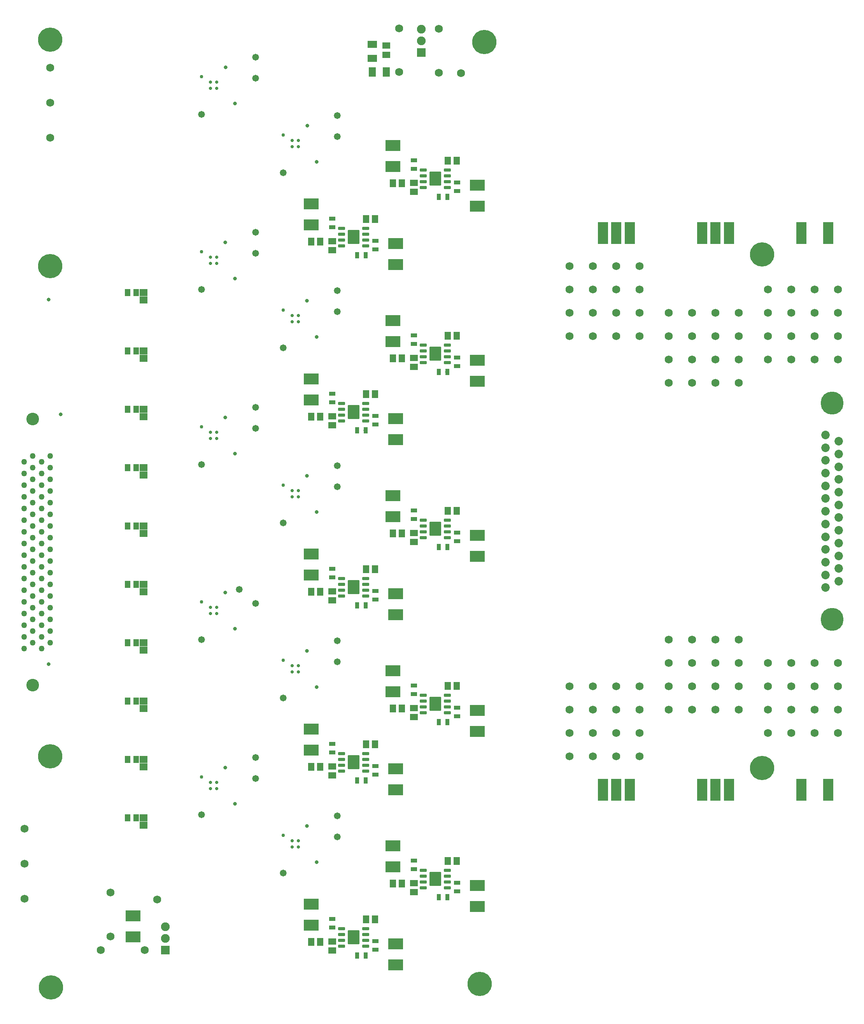
<source format=gbr>
%TF.GenerationSoftware,Altium Limited,Altium Designer,25.0.2 (28)*%
G04 Layer_Color=16711935*
%FSLAX45Y45*%
%MOMM*%
%TF.SameCoordinates,B88DCB4E-FD68-4634-876E-9F1E0B8218E1*%
%TF.FilePolarity,Negative*%
%TF.FileFunction,Soldermask,Bot*%
%TF.Part,Single*%
G01*
G75*
%TA.AperFunction,SMDPad,CuDef*%
%ADD11R,0.95000X1.40000*%
%ADD13R,1.40000X0.95000*%
%TA.AperFunction,ViaPad*%
%ADD58C,1.47320*%
%TA.AperFunction,SMDPad,CuDef*%
%ADD79R,3.25120X2.48920*%
%ADD80R,2.00320X1.50320*%
%ADD81R,1.65320X1.40320*%
%ADD83R,1.40320X1.65320*%
%ADD84R,2.23520X4.77520*%
G04:AMPARAMS|DCode=85|XSize=0.7532mm|YSize=1.4532mm|CornerRadius=0.1511mm|HoleSize=0mm|Usage=FLASHONLY|Rotation=90.000|XOffset=0mm|YOffset=0mm|HoleType=Round|Shape=RoundedRectangle|*
%AMROUNDEDRECTD85*
21,1,0.75320,1.15100,0,0,90.0*
21,1,0.45100,1.45320,0,0,90.0*
1,1,0.30220,0.57550,0.22550*
1,1,0.30220,0.57550,-0.22550*
1,1,0.30220,-0.57550,-0.22550*
1,1,0.30220,-0.57550,0.22550*
%
%ADD85ROUNDEDRECTD85*%
%ADD86R,1.65320X1.50320*%
%ADD87R,1.20320X1.55320*%
%TA.AperFunction,ViaPad*%
%ADD88C,1.72720*%
%TA.AperFunction,ComponentPad*%
%ADD89C,1.75320*%
%TA.AperFunction,ViaPad*%
%ADD90C,5.28320*%
%TA.AperFunction,ComponentPad*%
%ADD91C,1.90320*%
%ADD92R,1.90320X1.90320*%
%ADD93C,1.27000*%
%ADD94C,2.74320*%
%ADD95C,1.72720*%
%ADD96C,1.85320*%
%ADD97C,5.00320*%
%TA.AperFunction,ViaPad*%
%ADD98C,0.76200*%
%ADD99C,0.81280*%
%ADD100C,0.70320*%
%TA.AperFunction,OtherPad,Pad U19-9 (119.38mm,72.39mm)*%
G04:AMPARAMS|DCode=101|XSize=2.49mm|YSize=3mm|CornerRadius=0.0498mm|HoleSize=0mm|Usage=FLASHONLY|Rotation=0.000|XOffset=0mm|YOffset=0mm|HoleType=Round|Shape=RoundedRectangle|*
%AMROUNDEDRECTD101*
21,1,2.49000,2.90040,0,0,0.0*
21,1,2.39040,3.00000,0,0,0.0*
1,1,0.09960,1.19520,-1.45020*
1,1,0.09960,-1.19520,-1.45020*
1,1,0.09960,-1.19520,1.45020*
1,1,0.09960,1.19520,1.45020*
%
%ADD101ROUNDEDRECTD101*%
%TA.AperFunction,OtherPad,Pad U17-9 (119.38mm,110.49mm)*%
G04:AMPARAMS|DCode=102|XSize=2.49mm|YSize=3mm|CornerRadius=0.0498mm|HoleSize=0mm|Usage=FLASHONLY|Rotation=0.000|XOffset=0mm|YOffset=0mm|HoleType=Round|Shape=RoundedRectangle|*
%AMROUNDEDRECTD102*
21,1,2.49000,2.90040,0,0,0.0*
21,1,2.39040,3.00000,0,0,0.0*
1,1,0.09960,1.19520,-1.45020*
1,1,0.09960,-1.19520,-1.45020*
1,1,0.09960,-1.19520,1.45020*
1,1,0.09960,1.19520,1.45020*
%
%ADD102ROUNDEDRECTD102*%
%TA.AperFunction,OtherPad,Pad U11-9 (119.38mm,224.79mm)*%
G04:AMPARAMS|DCode=103|XSize=2.49mm|YSize=3mm|CornerRadius=0.0498mm|HoleSize=0mm|Usage=FLASHONLY|Rotation=0.000|XOffset=0mm|YOffset=0mm|HoleType=Round|Shape=RoundedRectangle|*
%AMROUNDEDRECTD103*
21,1,2.49000,2.90040,0,0,0.0*
21,1,2.39040,3.00000,0,0,0.0*
1,1,0.09960,1.19520,-1.45020*
1,1,0.09960,-1.19520,-1.45020*
1,1,0.09960,-1.19520,1.45020*
1,1,0.09960,1.19520,1.45020*
%
%ADD103ROUNDEDRECTD103*%
%TA.AperFunction,OtherPad,Pad U13-9 (119.38mm,186.69mm)*%
G04:AMPARAMS|DCode=104|XSize=2.49mm|YSize=3mm|CornerRadius=0.0498mm|HoleSize=0mm|Usage=FLASHONLY|Rotation=0.000|XOffset=0mm|YOffset=0mm|HoleType=Round|Shape=RoundedRectangle|*
%AMROUNDEDRECTD104*
21,1,2.49000,2.90040,0,0,0.0*
21,1,2.39040,3.00000,0,0,0.0*
1,1,0.09960,1.19520,-1.45020*
1,1,0.09960,-1.19520,-1.45020*
1,1,0.09960,-1.19520,1.45020*
1,1,0.09960,1.19520,1.45020*
%
%ADD104ROUNDEDRECTD104*%
%TA.AperFunction,OtherPad,Pad U15-9 (119.38mm,148.59mm)*%
G04:AMPARAMS|DCode=105|XSize=2.49mm|YSize=3mm|CornerRadius=0.0498mm|HoleSize=0mm|Usage=FLASHONLY|Rotation=0.000|XOffset=0mm|YOffset=0mm|HoleType=Round|Shape=RoundedRectangle|*
%AMROUNDEDRECTD105*
21,1,2.49000,2.90040,0,0,0.0*
21,1,2.39040,3.00000,0,0,0.0*
1,1,0.09960,1.19520,-1.45020*
1,1,0.09960,-1.19520,-1.45020*
1,1,0.09960,-1.19520,1.45020*
1,1,0.09960,1.19520,1.45020*
%
%ADD105ROUNDEDRECTD105*%
%TA.AperFunction,OtherPad,Pad U20-9 (101.6mm,59.69mm)*%
G04:AMPARAMS|DCode=106|XSize=2.49mm|YSize=3mm|CornerRadius=0.0498mm|HoleSize=0mm|Usage=FLASHONLY|Rotation=0.000|XOffset=0mm|YOffset=0mm|HoleType=Round|Shape=RoundedRectangle|*
%AMROUNDEDRECTD106*
21,1,2.49000,2.90040,0,0,0.0*
21,1,2.39040,3.00000,0,0,0.0*
1,1,0.09960,1.19520,-1.45020*
1,1,0.09960,-1.19520,-1.45020*
1,1,0.09960,-1.19520,1.45020*
1,1,0.09960,1.19520,1.45020*
%
%ADD106ROUNDEDRECTD106*%
%TA.AperFunction,OtherPad,Pad U18-9 (101.6mm,97.79mm)*%
G04:AMPARAMS|DCode=107|XSize=2.49mm|YSize=3mm|CornerRadius=0.0498mm|HoleSize=0mm|Usage=FLASHONLY|Rotation=0.000|XOffset=0mm|YOffset=0mm|HoleType=Round|Shape=RoundedRectangle|*
%AMROUNDEDRECTD107*
21,1,2.49000,2.90040,0,0,0.0*
21,1,2.39040,3.00000,0,0,0.0*
1,1,0.09960,1.19520,-1.45020*
1,1,0.09960,-1.19520,-1.45020*
1,1,0.09960,-1.19520,1.45020*
1,1,0.09960,1.19520,1.45020*
%
%ADD107ROUNDEDRECTD107*%
%TA.AperFunction,OtherPad,Pad U12-9 (101.6mm,212.09mm)*%
G04:AMPARAMS|DCode=108|XSize=2.49mm|YSize=3mm|CornerRadius=0.0498mm|HoleSize=0mm|Usage=FLASHONLY|Rotation=0.000|XOffset=0mm|YOffset=0mm|HoleType=Round|Shape=RoundedRectangle|*
%AMROUNDEDRECTD108*
21,1,2.49000,2.90040,0,0,0.0*
21,1,2.39040,3.00000,0,0,0.0*
1,1,0.09960,1.19520,-1.45020*
1,1,0.09960,-1.19520,-1.45020*
1,1,0.09960,-1.19520,1.45020*
1,1,0.09960,1.19520,1.45020*
%
%ADD108ROUNDEDRECTD108*%
%TA.AperFunction,OtherPad,Pad U14-9 (101.6mm,173.99mm)*%
G04:AMPARAMS|DCode=109|XSize=2.49mm|YSize=3mm|CornerRadius=0.0498mm|HoleSize=0mm|Usage=FLASHONLY|Rotation=0.000|XOffset=0mm|YOffset=0mm|HoleType=Round|Shape=RoundedRectangle|*
%AMROUNDEDRECTD109*
21,1,2.49000,2.90040,0,0,0.0*
21,1,2.39040,3.00000,0,0,0.0*
1,1,0.09960,1.19520,-1.45020*
1,1,0.09960,-1.19520,-1.45020*
1,1,0.09960,-1.19520,1.45020*
1,1,0.09960,1.19520,1.45020*
%
%ADD109ROUNDEDRECTD109*%
%TA.AperFunction,OtherPad,Pad U16-9 (101.6mm,135.89mm)*%
G04:AMPARAMS|DCode=110|XSize=2.49mm|YSize=3mm|CornerRadius=0.0498mm|HoleSize=0mm|Usage=FLASHONLY|Rotation=0.000|XOffset=0mm|YOffset=0mm|HoleType=Round|Shape=RoundedRectangle|*
%AMROUNDEDRECTD110*
21,1,2.49000,2.90040,0,0,0.0*
21,1,2.39040,3.00000,0,0,0.0*
1,1,0.09960,1.19520,-1.45020*
1,1,0.09960,-1.19520,-1.45020*
1,1,0.09960,-1.19520,1.45020*
1,1,0.09960,1.19520,1.45020*
%
%ADD110ROUNDEDRECTD110*%
%TA.AperFunction,SMDPad,CuDef*%
%ADD111R,1.50320X2.00320*%
D11*
X12010600Y6845300D02*
D03*
X12195600D02*
D03*
X12010600Y10655300D02*
D03*
X12195600D02*
D03*
X12010600Y22085300D02*
D03*
X12195600D02*
D03*
X12010600Y18275301D02*
D03*
X12195600D02*
D03*
X12010600Y14465300D02*
D03*
X12195600D02*
D03*
X10232600Y5575300D02*
D03*
X10417600D02*
D03*
X10232600Y9385300D02*
D03*
X10417600D02*
D03*
X10232600Y20815300D02*
D03*
X10417600D02*
D03*
X10232600Y17005299D02*
D03*
X10417600D02*
D03*
X10232600Y13195300D02*
D03*
X10417600D02*
D03*
D13*
X11468100Y7451300D02*
D03*
Y7636300D02*
D03*
Y11261300D02*
D03*
Y11446300D02*
D03*
Y22691299D02*
D03*
Y22876300D02*
D03*
Y18881300D02*
D03*
Y19066299D02*
D03*
Y15071300D02*
D03*
Y15256300D02*
D03*
X12407900Y7153700D02*
D03*
Y6968700D02*
D03*
Y10963700D02*
D03*
Y10778700D02*
D03*
Y22393700D02*
D03*
Y22208701D02*
D03*
Y18583701D02*
D03*
Y18398700D02*
D03*
Y14773700D02*
D03*
Y14588699D02*
D03*
X10629900Y21123700D02*
D03*
Y20938699D02*
D03*
Y5883700D02*
D03*
Y5698700D02*
D03*
Y9693700D02*
D03*
Y9508700D02*
D03*
Y17313699D02*
D03*
Y17128700D02*
D03*
X9690100Y6181300D02*
D03*
Y6366300D02*
D03*
Y9991300D02*
D03*
Y10176300D02*
D03*
Y21421300D02*
D03*
Y21606300D02*
D03*
Y17611301D02*
D03*
Y17796300D02*
D03*
X10629900Y13503700D02*
D03*
Y13318700D02*
D03*
X9690100Y13801300D02*
D03*
Y13986301D02*
D03*
D58*
X7670800Y13538200D02*
D03*
X8026400Y25120599D02*
D03*
X9804400Y23850600D02*
D03*
X8026400Y21310600D02*
D03*
X9804400Y20040601D02*
D03*
X8026400Y17500600D02*
D03*
X9804400Y16230600D02*
D03*
Y12420600D02*
D03*
X8026400Y9880600D02*
D03*
X9804400Y8610600D02*
D03*
X11074400Y5372100D02*
D03*
X12852400Y6642100D02*
D03*
X11074400Y9182100D02*
D03*
X12852400Y10452100D02*
D03*
Y21882100D02*
D03*
X11074400Y20612100D02*
D03*
X12852400Y18072099D02*
D03*
X11074400Y16802100D02*
D03*
X12852400Y14262100D02*
D03*
X11074400Y12992101D02*
D03*
X12852400Y22339301D02*
D03*
X11010900Y22745700D02*
D03*
X12852400Y18529300D02*
D03*
X11010900Y18935699D02*
D03*
X12852400Y14719299D02*
D03*
X11010900Y15125700D02*
D03*
X12852400Y10909300D02*
D03*
X11010900Y11315700D02*
D03*
X12852400Y7099300D02*
D03*
X11010900Y7505700D02*
D03*
X8623300Y7366000D02*
D03*
X9804400Y8153400D02*
D03*
X8623300Y11176000D02*
D03*
X9804400Y11963400D02*
D03*
X8623300Y22606000D02*
D03*
X9804400Y23393401D02*
D03*
X8623300Y14986000D02*
D03*
X9804400Y15773399D02*
D03*
Y19583400D02*
D03*
X8623300Y18796001D02*
D03*
X11074400Y5829300D02*
D03*
Y9639300D02*
D03*
Y21069299D02*
D03*
Y17259300D02*
D03*
X9232900Y6235700D02*
D03*
Y10045700D02*
D03*
Y21475700D02*
D03*
Y17665700D02*
D03*
Y13855701D02*
D03*
X11074400Y13449300D02*
D03*
X8026400Y9423400D02*
D03*
Y13233400D02*
D03*
Y24663400D02*
D03*
Y20853400D02*
D03*
X6845300Y8636000D02*
D03*
Y12446000D02*
D03*
Y20066000D02*
D03*
Y23875999D02*
D03*
Y16256000D02*
D03*
X8026400Y17043401D02*
D03*
D79*
X5358222Y5981700D02*
D03*
Y6438900D02*
D03*
X11010900Y15582899D02*
D03*
Y15125700D02*
D03*
X12852400Y6642100D02*
D03*
Y7099300D02*
D03*
Y10452100D02*
D03*
Y10909300D02*
D03*
Y21882100D02*
D03*
Y22339301D02*
D03*
Y18072099D02*
D03*
Y18529300D02*
D03*
Y14262100D02*
D03*
Y14719299D02*
D03*
X11074400Y5372100D02*
D03*
Y5829300D02*
D03*
Y9182100D02*
D03*
Y9639300D02*
D03*
Y20612100D02*
D03*
Y21069299D02*
D03*
Y16802100D02*
D03*
Y17259300D02*
D03*
X9232900Y6692900D02*
D03*
Y6235700D02*
D03*
Y10502900D02*
D03*
Y10045700D02*
D03*
Y21932899D02*
D03*
Y21475700D02*
D03*
Y18122900D02*
D03*
Y17665700D02*
D03*
X11074400Y12992101D02*
D03*
Y13449300D02*
D03*
X9232900Y14312900D02*
D03*
Y13855701D02*
D03*
X11010900Y19392900D02*
D03*
Y18935699D02*
D03*
Y11772900D02*
D03*
Y11315700D02*
D03*
Y23202901D02*
D03*
Y22745700D02*
D03*
Y7962900D02*
D03*
Y7505700D02*
D03*
D80*
X10566400Y25402600D02*
D03*
Y25092599D02*
D03*
D81*
X10871200Y25373000D02*
D03*
Y25173000D02*
D03*
X11468100Y7148500D02*
D03*
Y6948500D02*
D03*
Y10958500D02*
D03*
Y10758500D02*
D03*
Y22388499D02*
D03*
Y22188499D02*
D03*
Y18578500D02*
D03*
Y18378500D02*
D03*
Y14768500D02*
D03*
Y14568500D02*
D03*
X9690100Y5878500D02*
D03*
Y5678500D02*
D03*
Y9688500D02*
D03*
Y9488500D02*
D03*
Y21118500D02*
D03*
Y20918500D02*
D03*
Y17308501D02*
D03*
Y17108501D02*
D03*
Y13498500D02*
D03*
Y13298500D02*
D03*
D83*
X12206300Y7632700D02*
D03*
X12406300D02*
D03*
X12206300Y11442700D02*
D03*
X12406300D02*
D03*
X12206300Y22872701D02*
D03*
X12406300D02*
D03*
X12206300Y19062700D02*
D03*
X12406300D02*
D03*
X12206300Y15252699D02*
D03*
X12406300D02*
D03*
X11012500Y7137400D02*
D03*
X11212500D02*
D03*
X11012500Y10947400D02*
D03*
X11212500D02*
D03*
X11012500Y22377400D02*
D03*
X11212500D02*
D03*
X11012500Y18567400D02*
D03*
X11212500D02*
D03*
X11012500Y14757401D02*
D03*
X11212500D02*
D03*
X10428300Y13982700D02*
D03*
X10628300D02*
D03*
X9234500Y21107401D02*
D03*
X9434500D02*
D03*
X9234500Y17297400D02*
D03*
X9434500D02*
D03*
X9234500Y5867400D02*
D03*
X9434500D02*
D03*
X9234500Y9677400D02*
D03*
X9434500D02*
D03*
X10428300Y6362700D02*
D03*
X10628300D02*
D03*
X10428300Y10172700D02*
D03*
X10628300D02*
D03*
X10428300Y21602699D02*
D03*
X10628300D02*
D03*
X10428300Y17792700D02*
D03*
X10628300D02*
D03*
X9234500Y13487399D02*
D03*
X9434500D02*
D03*
D84*
X16167101Y9182100D02*
D03*
X15582899D02*
D03*
X15875000D02*
D03*
X18326100D02*
D03*
X17741901D02*
D03*
X18034000D02*
D03*
X20485100D02*
D03*
X19900900D02*
D03*
X20485100Y21297900D02*
D03*
X19900900D02*
D03*
X18326100D02*
D03*
X17741901D02*
D03*
X18034000D02*
D03*
X15875000D02*
D03*
X15582899D02*
D03*
X16167101D02*
D03*
D85*
X11675500Y7048500D02*
D03*
Y7175500D02*
D03*
Y7302500D02*
D03*
Y7429500D02*
D03*
X12200500Y7048500D02*
D03*
Y7175500D02*
D03*
Y7302500D02*
D03*
Y7429500D02*
D03*
X11675500Y10858500D02*
D03*
Y10985500D02*
D03*
Y11112500D02*
D03*
Y11239500D02*
D03*
X12200500Y10858500D02*
D03*
Y10985500D02*
D03*
Y11112500D02*
D03*
Y11239500D02*
D03*
X11675500Y22288499D02*
D03*
Y22415500D02*
D03*
Y22542500D02*
D03*
Y22669501D02*
D03*
X12200500Y22288499D02*
D03*
Y22415500D02*
D03*
Y22542500D02*
D03*
Y22669501D02*
D03*
X11675500Y18478500D02*
D03*
Y18605499D02*
D03*
Y18732500D02*
D03*
Y18859500D02*
D03*
X12200500Y18478500D02*
D03*
Y18605499D02*
D03*
Y18732500D02*
D03*
Y18859500D02*
D03*
X11675500Y14668500D02*
D03*
Y14795500D02*
D03*
Y14922501D02*
D03*
Y15049500D02*
D03*
X12200500Y14668500D02*
D03*
Y14795500D02*
D03*
Y14922501D02*
D03*
Y15049500D02*
D03*
X9897500Y5778500D02*
D03*
Y5905500D02*
D03*
Y6032500D02*
D03*
Y6159500D02*
D03*
X10422500Y5778500D02*
D03*
Y5905500D02*
D03*
Y6032500D02*
D03*
Y6159500D02*
D03*
X9897500Y9588500D02*
D03*
Y9715500D02*
D03*
Y9842500D02*
D03*
Y9969500D02*
D03*
X10422500Y9588500D02*
D03*
Y9715500D02*
D03*
Y9842500D02*
D03*
Y9969500D02*
D03*
X9897500Y21018500D02*
D03*
Y21145500D02*
D03*
Y21272501D02*
D03*
Y21399500D02*
D03*
X10422500Y21018500D02*
D03*
Y21145500D02*
D03*
Y21272501D02*
D03*
Y21399500D02*
D03*
X9897500Y17208501D02*
D03*
Y17335500D02*
D03*
Y17462500D02*
D03*
Y17589500D02*
D03*
X10422500Y17208501D02*
D03*
Y17335500D02*
D03*
Y17462500D02*
D03*
Y17589500D02*
D03*
X9897500Y13398500D02*
D03*
Y13525500D02*
D03*
Y13652499D02*
D03*
Y13779500D02*
D03*
X10422500Y13398500D02*
D03*
Y13525500D02*
D03*
Y13652499D02*
D03*
Y13779500D02*
D03*
D86*
X5588000Y8407501D02*
D03*
Y8572501D02*
D03*
Y9677501D02*
D03*
Y9842501D02*
D03*
Y10947501D02*
D03*
Y11112501D02*
D03*
Y12217501D02*
D03*
Y12382501D02*
D03*
Y13487502D02*
D03*
Y13652501D02*
D03*
Y14757501D02*
D03*
Y14922501D02*
D03*
Y16027501D02*
D03*
Y16192500D02*
D03*
Y17297501D02*
D03*
Y17462502D02*
D03*
Y18567500D02*
D03*
Y18732501D02*
D03*
Y19837502D02*
D03*
Y20002501D02*
D03*
D87*
X5424000Y8572500D02*
D03*
X5244000D02*
D03*
X5424000Y12382500D02*
D03*
X5244000D02*
D03*
X5424000Y14922501D02*
D03*
X5244000D02*
D03*
X5424000Y11112500D02*
D03*
X5244000D02*
D03*
X5424000Y9842500D02*
D03*
X5244000D02*
D03*
X5424000Y16192500D02*
D03*
X5244000D02*
D03*
X5424000Y13652499D02*
D03*
X5244000D02*
D03*
X5424000Y17462500D02*
D03*
X5244000D02*
D03*
X5424000Y20002499D02*
D03*
X5244000D02*
D03*
X5424000Y18732500D02*
D03*
X5244000D02*
D03*
D88*
X2997200Y7569200D02*
D03*
Y8331200D02*
D03*
Y6807200D02*
D03*
X12496800Y24777699D02*
D03*
X5359400Y5981700D02*
D03*
X5880100Y6794500D02*
D03*
X3556000Y23367999D02*
D03*
Y24892000D02*
D03*
Y24130000D02*
D03*
D89*
X12014200Y25737299D02*
D03*
Y24783299D02*
D03*
X11150600Y24796001D02*
D03*
Y25750000D02*
D03*
X4659400Y5689600D02*
D03*
X5613400D02*
D03*
X4864100Y6941300D02*
D03*
Y5987300D02*
D03*
D90*
X3568700Y4876800D02*
D03*
X19050000Y20828000D02*
D03*
Y9652000D02*
D03*
X3556000Y20574001D02*
D03*
Y9906000D02*
D03*
Y25501601D02*
D03*
X13004800Y25450800D02*
D03*
X12903200Y4953000D02*
D03*
D91*
X11633200Y25730200D02*
D03*
Y25476199D02*
D03*
X6057900Y5943600D02*
D03*
Y6197600D02*
D03*
D92*
X11633200Y25222200D02*
D03*
X6057900Y5689600D02*
D03*
D93*
X3365500Y12255500D02*
D03*
Y12509500D02*
D03*
X3556000Y12382500D02*
D03*
X3365500Y12763500D02*
D03*
X3556000Y12636500D02*
D03*
X3365500Y13017500D02*
D03*
X3556000Y12890500D02*
D03*
X3365500Y13271500D02*
D03*
X3556000Y13144501D02*
D03*
X3365500Y13525500D02*
D03*
X3556000Y13398500D02*
D03*
X3365500Y13779500D02*
D03*
X3556000Y13652499D02*
D03*
X3365500Y14033501D02*
D03*
X3556000Y13906500D02*
D03*
X3365500Y14287500D02*
D03*
X3556000Y14160500D02*
D03*
X3365500Y14541499D02*
D03*
X3556000Y14414500D02*
D03*
X3365500Y14795500D02*
D03*
X3556000Y14668500D02*
D03*
X3365500Y15049500D02*
D03*
X3556000Y14922501D02*
D03*
X3365500Y15303500D02*
D03*
X3556000Y15176500D02*
D03*
X3365500Y15557500D02*
D03*
X3556000Y15430499D02*
D03*
X3365500Y15811501D02*
D03*
X3556000Y15684500D02*
D03*
X3365500Y16065500D02*
D03*
X3556000Y15938499D02*
D03*
X3365500Y16319501D02*
D03*
X3556000Y16192500D02*
D03*
Y16446500D02*
D03*
X2984500Y12255500D02*
D03*
Y12509500D02*
D03*
X3175000Y12382500D02*
D03*
X2984500Y12763500D02*
D03*
X3175000Y12636500D02*
D03*
X2984500Y13017500D02*
D03*
X3175000Y12890500D02*
D03*
X2984500Y13271500D02*
D03*
X3175000Y13144501D02*
D03*
X2984500Y13525500D02*
D03*
X3175000Y13398500D02*
D03*
X2984500Y13779500D02*
D03*
X3175000Y13652499D02*
D03*
X2984500Y14033501D02*
D03*
X3175000Y13906500D02*
D03*
X2984500Y14287500D02*
D03*
X3175000Y14160500D02*
D03*
X2984500Y14541499D02*
D03*
X3175000Y14414500D02*
D03*
X2984500Y14795500D02*
D03*
X3175000Y14668500D02*
D03*
X2984500Y15049500D02*
D03*
X3175000Y14922501D02*
D03*
X2984500Y15303500D02*
D03*
X3175000Y15176500D02*
D03*
X2984500Y15557500D02*
D03*
X3175000Y15430499D02*
D03*
X2984500Y15811501D02*
D03*
X3175000Y15684500D02*
D03*
X2984500Y16065500D02*
D03*
X3175000Y15938499D02*
D03*
X2984500Y16319501D02*
D03*
X3175000Y16192500D02*
D03*
Y16446500D02*
D03*
D94*
Y11455400D02*
D03*
Y17246600D02*
D03*
D95*
X16383000Y19050000D02*
D03*
Y19558000D02*
D03*
Y20066000D02*
D03*
Y20574001D02*
D03*
X15875000Y19050000D02*
D03*
Y19558000D02*
D03*
Y20066000D02*
D03*
Y20574001D02*
D03*
X15367000Y19050000D02*
D03*
Y19558000D02*
D03*
Y20066000D02*
D03*
Y20574001D02*
D03*
X14859000Y19050000D02*
D03*
Y19558000D02*
D03*
Y20066000D02*
D03*
Y20574001D02*
D03*
X18542000Y12446000D02*
D03*
Y11938000D02*
D03*
Y11430000D02*
D03*
Y10922000D02*
D03*
X18034000Y12446000D02*
D03*
Y11938000D02*
D03*
Y11430000D02*
D03*
Y10922000D02*
D03*
X17525999Y12446000D02*
D03*
Y11938000D02*
D03*
Y11430000D02*
D03*
Y10922000D02*
D03*
X17017999Y12446000D02*
D03*
Y11938000D02*
D03*
Y11430000D02*
D03*
Y10922000D02*
D03*
X20700999Y11938000D02*
D03*
Y11430000D02*
D03*
Y10922000D02*
D03*
Y10414000D02*
D03*
X20192999Y11938000D02*
D03*
Y11430000D02*
D03*
Y10922000D02*
D03*
Y10414000D02*
D03*
X19685001Y11938000D02*
D03*
Y11430000D02*
D03*
Y10922000D02*
D03*
Y10414000D02*
D03*
X19177000Y11938000D02*
D03*
Y11430000D02*
D03*
Y10922000D02*
D03*
Y10414000D02*
D03*
X20700999Y18542000D02*
D03*
Y19050000D02*
D03*
Y19558000D02*
D03*
Y20066000D02*
D03*
X20192999Y18542000D02*
D03*
Y19050000D02*
D03*
Y19558000D02*
D03*
Y20066000D02*
D03*
X19685001Y18542000D02*
D03*
Y19050000D02*
D03*
Y19558000D02*
D03*
Y20066000D02*
D03*
X19177000Y18542000D02*
D03*
Y19050000D02*
D03*
Y19558000D02*
D03*
Y20066000D02*
D03*
X16383000Y11430000D02*
D03*
Y10922000D02*
D03*
Y10414000D02*
D03*
Y9906000D02*
D03*
X15875000Y11430000D02*
D03*
Y10922000D02*
D03*
Y10414000D02*
D03*
Y9906000D02*
D03*
X15367000Y11430000D02*
D03*
Y10922000D02*
D03*
Y10414000D02*
D03*
Y9906000D02*
D03*
X14859000Y11430000D02*
D03*
Y10922000D02*
D03*
Y10414000D02*
D03*
Y9906000D02*
D03*
X18542000Y18034000D02*
D03*
Y18542000D02*
D03*
Y19050000D02*
D03*
Y19558000D02*
D03*
X18034000Y18034000D02*
D03*
Y18542000D02*
D03*
Y19050000D02*
D03*
Y19558000D02*
D03*
X17525999Y18034000D02*
D03*
Y18542000D02*
D03*
Y19050000D02*
D03*
Y19558000D02*
D03*
X17017999Y18034000D02*
D03*
Y18542000D02*
D03*
Y19050000D02*
D03*
Y19558000D02*
D03*
D96*
X20716200Y13716499D02*
D03*
Y13993500D02*
D03*
Y14270500D02*
D03*
Y14547501D02*
D03*
Y14824500D02*
D03*
Y15101500D02*
D03*
Y15378500D02*
D03*
Y15655499D02*
D03*
Y15932500D02*
D03*
Y16209500D02*
D03*
Y16486501D02*
D03*
Y16763499D02*
D03*
X20432201Y13578000D02*
D03*
Y13855000D02*
D03*
Y14132001D02*
D03*
Y14409000D02*
D03*
Y14686000D02*
D03*
Y14963000D02*
D03*
Y16625000D02*
D03*
Y16902000D02*
D03*
Y16071001D02*
D03*
Y16348000D02*
D03*
Y15794000D02*
D03*
Y15517000D02*
D03*
Y15239999D02*
D03*
D97*
X20574200Y17595000D02*
D03*
Y12885001D02*
D03*
D98*
X8627500Y8191500D02*
D03*
X6849500Y9461500D02*
D03*
X8627500Y12001500D02*
D03*
X6849500Y13271500D02*
D03*
X8627500Y15811501D02*
D03*
X6849500Y17081500D02*
D03*
X8627500Y19621500D02*
D03*
X6849500Y20891499D02*
D03*
X8627500Y23431500D02*
D03*
X6849500Y24701500D02*
D03*
X9897500Y5778500D02*
D03*
X11675500Y7048500D02*
D03*
X9897500Y9588500D02*
D03*
X11675500Y10858500D02*
D03*
X9897500Y13398500D02*
D03*
X11675500Y14668500D02*
D03*
X9897500Y17208501D02*
D03*
X11675500Y18478500D02*
D03*
X9897500Y21018500D02*
D03*
X11675500Y22288499D02*
D03*
D99*
X3517900Y19850101D02*
D03*
X10417600Y5575300D02*
D03*
X10628300Y6362700D02*
D03*
X12195600Y6845300D02*
D03*
X12406300Y7632700D02*
D03*
X10417600Y9385300D02*
D03*
X10628300Y10172700D02*
D03*
X12195600Y10655300D02*
D03*
X12406300Y11442700D02*
D03*
X10417600Y13195300D02*
D03*
X10628300Y13982700D02*
D03*
X12195600Y14465300D02*
D03*
X12406300Y15252699D02*
D03*
X10417090Y17005811D02*
D03*
X10628300Y17792700D02*
D03*
X12195090Y18275810D02*
D03*
X12406300Y19062700D02*
D03*
X10417600Y20815300D02*
D03*
X10628300Y21602699D02*
D03*
X12195600Y22085300D02*
D03*
X12406300Y22872701D02*
D03*
X9357790Y7607810D02*
D03*
X9147090Y8395210D02*
D03*
X7579790Y8877810D02*
D03*
X7369090Y9665210D02*
D03*
X9357790Y11417810D02*
D03*
X9147090Y12205210D02*
D03*
X7579790Y12687810D02*
D03*
X7369090Y13475211D02*
D03*
X9357790Y15227811D02*
D03*
X9147090Y16015210D02*
D03*
X7579790Y16497810D02*
D03*
X7369090Y17285210D02*
D03*
X9357790Y19037810D02*
D03*
X9147090Y19825211D02*
D03*
X7579790Y20307809D02*
D03*
X7369090Y21095210D02*
D03*
X9357790Y22847810D02*
D03*
X9147600Y23634700D02*
D03*
X7579790Y24117810D02*
D03*
X7369600Y24904700D02*
D03*
X3517900Y11912600D02*
D03*
X3784600Y17348199D02*
D03*
D100*
X12003000Y7304000D02*
D03*
X11873000D02*
D03*
X12003000Y7174000D02*
D03*
X11873000D02*
D03*
X12003000Y11114000D02*
D03*
X11873000D02*
D03*
X12003000Y10984000D02*
D03*
X11873000D02*
D03*
X12003000Y22544000D02*
D03*
X11873000D02*
D03*
X12003000Y22414000D02*
D03*
X11873000D02*
D03*
X12003000Y18734000D02*
D03*
X11873000D02*
D03*
X12003000Y18603999D02*
D03*
X11873000D02*
D03*
X12003000Y14924001D02*
D03*
X11873000D02*
D03*
X12003000Y14794000D02*
D03*
X11873000D02*
D03*
X8955000Y7936000D02*
D03*
X8825000D02*
D03*
X8955000Y8066000D02*
D03*
X8825000D02*
D03*
X8955000Y23175999D02*
D03*
X8825000D02*
D03*
X8955000Y23306000D02*
D03*
X8825000D02*
D03*
X8955000Y19366000D02*
D03*
X8825000D02*
D03*
X8955000Y19496001D02*
D03*
X8825000D02*
D03*
X8955000Y11746000D02*
D03*
X8825000D02*
D03*
X8955000Y11876000D02*
D03*
X8825000D02*
D03*
X8955000Y15556000D02*
D03*
X8825000D02*
D03*
X8955000Y15686000D02*
D03*
X8825000D02*
D03*
X10225000Y6034000D02*
D03*
X10095000D02*
D03*
X10225000Y5904000D02*
D03*
X10095000D02*
D03*
X10225000Y9844000D02*
D03*
X10095000D02*
D03*
X10225000Y9714000D02*
D03*
X10095000D02*
D03*
X10225000Y21274001D02*
D03*
X10095000D02*
D03*
X10225000Y21144000D02*
D03*
X10095000D02*
D03*
X10225000Y17464000D02*
D03*
X10095000D02*
D03*
X10225000Y17334000D02*
D03*
X10095000D02*
D03*
X10225000Y13653999D02*
D03*
X10095000D02*
D03*
X10225000Y13524001D02*
D03*
X10095000D02*
D03*
X7177000Y24446001D02*
D03*
X7047000D02*
D03*
X7177000Y24575999D02*
D03*
X7047000D02*
D03*
X7177000Y20636000D02*
D03*
X7047000D02*
D03*
X7177000Y20766000D02*
D03*
X7047000D02*
D03*
X7177000Y9206000D02*
D03*
X7047000D02*
D03*
X7177000Y9336000D02*
D03*
X7047000D02*
D03*
X7177000Y13016000D02*
D03*
X7047000D02*
D03*
X7177000Y13146001D02*
D03*
X7047000D02*
D03*
X7177000Y16825999D02*
D03*
X7047000D02*
D03*
X7177000Y16956000D02*
D03*
X7047000D02*
D03*
D101*
X11938000Y7239000D02*
D03*
D102*
Y11049000D02*
D03*
D103*
Y22478999D02*
D03*
D104*
Y18669000D02*
D03*
D105*
Y14859000D02*
D03*
D106*
X10160000Y5969000D02*
D03*
D107*
Y9779000D02*
D03*
D108*
Y21209000D02*
D03*
D109*
Y17399001D02*
D03*
D110*
Y13589000D02*
D03*
D111*
X10563800Y24803101D02*
D03*
X10873800D02*
D03*
%TF.MD5,4388b578ce94d908ce91a1738a8c8888*%
M02*

</source>
